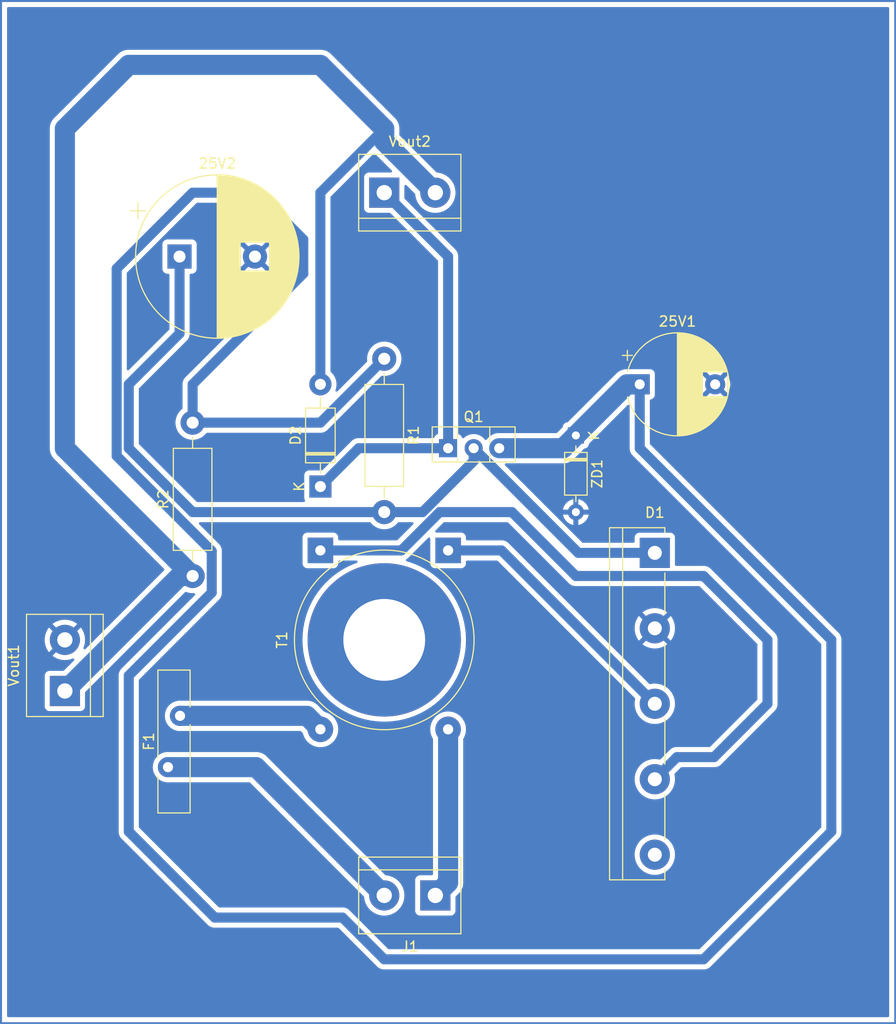
<source format=kicad_pcb>
(kicad_pcb (version 20221018) (generator pcbnew)
  (title_block (title "Simple UPS Module ") (date "22.12.2023") (rev "1.0") (company "by Muxtar_Safarov"))
  (layers (0 "F.Cu" signal) (31 "B.Cu" signal) (34 "B.Paste" user) (35 "F.Paste" user) (36 "B.SilkS" user "B.Silkscreen") (37 "F.SilkS" user "F.Silkscreen") (38 "B.Mask" user) (39 "F.Mask" user) (44 "Edge.Cuts" user))
  (net 0 "")
  (net 1 "Net-(Q1-B)")
  (net 2 "Earth")
  (net 3 "Net-(D1-+)")
  (net 4 "Net-(T1-SB)")
  (net 5 "Net-(T1-SA)")
  (net 6 "Net-(D2-K)")
  (net 7 "Net-(D2-A)")
  (net 8 "Net-(J1-Pin_2)")
  (net 9 "Net-(T1-AA)")
  (net 10 "Net-(J1-Pin_1)")
  (footprint "Capacitor_THT:CP_Radial_D10.0mm_P7.50mm" (layer "F.Cu") (at 127 95.25)
    (fp_text reference "25V1" (at 3.75 -6.25) (layer "F.SilkS"))
    (fp_text value "100uF")
    (pad "1" thru_hole rect (at 0 0) (size 2 2) (drill 1) (layers "*.Cu" "*.Mask") (net 1 "Net-(Q1-B)"))
    (pad "2" thru_hole circle (at 7.5 0) (size 2 2) (drill 1) (layers "*.Cu" "*.Mask") (net 2 "Earth"))
  )
  (footprint "Package_TO_SOT_THT:TO-126-3_Vertical" (layer "F.Cu") (at 107.95 101.6)
    (fp_text reference "Q1" (at 2.54 -3.12) (layer "F.SilkS"))
    (fp_text value "BD135")
    (pad "1" thru_hole rect (at 0 0) (size 1.8 1.8) (drill 1) (layers "*.Cu" "*.Mask") (net 6 "Net-(D2-K)"))
    (pad "2" thru_hole oval (at 2.54 0) (size 1.8 1.8) (drill 1) (layers "*.Cu" "*.Mask") (net 3 "Net-(D1-+)"))
    (pad "3" thru_hole oval (at 5.08 0) (size 1.8 1.8) (drill 1) (layers "*.Cu" "*.Mask") (net 1 "Net-(Q1-B)"))
  )
  (footprint "Transformer_THT:Transformer_Toroid_Horizontal_D18.0mm" (layer "F.Cu") (at 95.25 129.54 90)
    (fp_text reference "T1" (at 8.89 -3.81 90) (layer "F.SilkS"))
    (fp_text value "220V-10V AC")
    (pad "" thru_hole circle (at 8.89 6.35 90) (size 15.24 15.24) (drill 8.13) (layers "*.Cu" "*.Mask"))
    (pad "1" thru_hole circle (at 0 0 90) (size 2.54 2.54) (drill 1.02) (layers "*.Cu" "*.Mask") (net 9 "Net-(T1-AA)"))
    (pad "2" thru_hole circle (at 0 12.7 90) (size 2.54 2.54) (drill 1.02) (layers "*.Cu" "*.Mask") (net 10 "Net-(J1-Pin_1)"))
    (pad "3" thru_hole rect (at 17.78 0 90) (size 2.54 2.54) (drill 1.02) (layers "*.Cu" "*.Mask") (net 5 "Net-(T1-SA)"))
    (pad "4" thru_hole rect (at 17.78 12.7 90) (size 2.54 2.54) (drill 1.02) (layers "*.Cu" "*.Mask") (net 4 "Net-(T1-SB)"))
  )
  (footprint "TerminalBlock:TerminalBlock_bornier-2_P5.08mm" (layer "F.Cu") (at 106.68 146.05 180)
    (fp_text reference "J1" (at 2.54 -5.08) (layer "F.SilkS"))
    (fp_text value "AC 230V 50HZ ")
    (pad "1" thru_hole rect (at 0 0 180) (size 3 3) (drill 1.52) (layers "*.Cu" "*.Mask") (net 10 "Net-(J1-Pin_1)"))
    (pad "2" thru_hole circle (at 5.08 0 180) (size 3 3) (drill 1.52) (layers "*.Cu" "*.Mask") (net 8 "Net-(J1-Pin_2)"))
  )
  (footprint "Diode_THT:D_DO-41_SOD81_P10.16mm_Horizontal" (layer "F.Cu") (at 95.25 105.41 90)
    (fp_text reference "D2" (at 5.08 -2.47 90) (layer "F.SilkS"))
    (fp_text value "1N4001")
    (fp_text user "K" (at 0 -2.1 90) (layer "F.SilkS"))
    (pad "1" thru_hole rect (at 0 0 90) (size 2.2 2.2) (drill 1.1) (layers "*.Cu" "*.Mask") (net 6 "Net-(D2-K)"))
    (pad "2" thru_hole oval (at 10.16 0 90) (size 2.2 2.2) (drill 1.1) (layers "*.Cu" "*.Mask") (net 7 "Net-(D2-A)"))
  )
  (footprint "Diode_THT:D_DO-35_SOD27_P7.62mm_Horizontal" (layer "F.Cu") (at 120.65 100.33 -90)
    (fp_text reference "ZD1" (at 3.81 -2.12 90) (layer "F.SilkS"))
    (fp_text value "8,2V")
    (fp_text user "K" (at 0 -1.8 90) (layer "F.SilkS"))
    (pad "1" thru_hole rect (at 0 0 270) (size 1.6 1.6) (drill 0.8) (layers "*.Cu" "*.Mask") (net 1 "Net-(Q1-B)"))
    (pad "2" thru_hole oval (at 7.62 0 270) (size 1.6 1.6) (drill 0.8) (layers "*.Cu" "*.Mask") (net 2 "Earth"))
  )
  (footprint "Fuse:Fuse_Bourns_MF-RG900" (layer "F.Cu") (at 80.1 133.3 90)
    (fp_text reference "F1" (at 2.55 -1.9 90) (layer "F.SilkS"))
    (fp_text value "1A")
    (pad "1" thru_hole circle (at 0 0 90) (size 2.01 2.01) (drill 1.01) (layers "*.Cu" "*.Mask") (net 8 "Net-(J1-Pin_2)"))
    (pad "2" thru_hole circle (at 5.1 1.2 90) (size 2.01 2.01) (drill 1.01) (layers "*.Cu" "*.Mask") (net 9 "Net-(T1-AA)"))
  )
  (footprint "Resistor_THT:R_Axial_DIN0411_L9.9mm_D3.6mm_P15.24mm_Horizontal" (layer "F.Cu") (at 101.6 92.71 -90)
    (fp_text reference "R1" (at 7.62 -2.92 90) (layer "F.SilkS"))
    (fp_text value "1K")
    (pad "1" thru_hole circle (at 0 0 270) (size 2.4 2.4) (drill 1.2) (layers "*.Cu" "*.Mask") (net 1 "Net-(Q1-B)"))
    (pad "2" thru_hole oval (at 15.24 0 270) (size 2.4 2.4) (drill 1.2) (layers "*.Cu" "*.Mask") (net 3 "Net-(D1-+)"))
  )
  (footprint "Diode_THT:Diode_Bridge_IXYS_GUFP" (layer "F.Cu") (at 128.5 112)
    (fp_text reference "D1" (at 0 -4) (layer "F.SilkS"))
    (fp_text value "BRidge D")
    (pad "1" thru_hole rect (at 0 0) (size 3 3) (drill 1.39) (layers "*.Cu" "*.Mask") (net 3 "Net-(D1-+)"))
    (pad "2" thru_hole circle (at 0 7.5) (size 3 3) (drill 1.39) (layers "*.Cu" "*.Mask") (net 2 "Earth"))
    (pad "3" thru_hole circle (at 0 15) (size 3 3) (drill 1.39) (layers "*.Cu" "*.Mask") (net 4 "Net-(T1-SB)"))
    (pad "4" thru_hole circle (at 0 22.5) (size 3 3) (drill 1.39) (layers "*.Cu" "*.Mask") (net 5 "Net-(T1-SA)"))
    (pad "5" thru_hole circle (at 0 30) (size 3 3) (drill 1.39) (layers "*.Cu" "*.Mask"))
  )
  (footprint "TerminalBlock:TerminalBlock_bornier-2_P5.08mm" (layer "F.Cu") (at 101.6 76.2)
    (fp_text reference "Vout2" (at 2.54 -5.08) (layer "F.SilkS"))
    (fp_text value "7V 1A ")
    (pad "1" thru_hole rect (at 0 0) (size 3 3) (drill 1.52) (layers "*.Cu" "*.Mask") (net 6 "Net-(D2-K)"))
    (pad "2" thru_hole circle (at 5.08 0) (size 3 3) (drill 1.52) (layers "*.Cu" "*.Mask") (net 7 "Net-(D2-A)"))
  )
  (footprint "Resistor_THT:R_Axial_DIN0411_L9.9mm_D3.6mm_P15.24mm_Horizontal" (layer "F.Cu") (at 82.55 114.3 90)
    (fp_text reference "R2" (at 7.62 -2.92 90) (layer "F.SilkS"))
    (fp_text value "1K")
    (pad "1" thru_hole circle (at 0 0 90) (size 2.4 2.4) (drill 1.2) (layers "*.Cu" "*.Mask") (net 7 "Net-(D2-A)"))
    (pad "2" thru_hole oval (at 15.24 0 90) (size 2.4 2.4) (drill 1.2) (layers "*.Cu" "*.Mask") (net 1 "Net-(Q1-B)"))
  )
  (footprint "TerminalBlock:TerminalBlock_bornier-2_P5.08mm" (layer "F.Cu") (at 69.85 125.73 90)
    (fp_text reference "Vout1" (at 2.54 -5.08 90) (layer "F.SilkS"))
    (fp_text value "7,5V BATTERY")
    (pad "1" thru_hole rect (at 0 0 90) (size 3 3) (drill 1.52) (layers "*.Cu" "*.Mask") (net 7 "Net-(D2-A)"))
    (pad "2" thru_hole circle (at 5.08 0 90) (size 3 3) (drill 1.52) (layers "*.Cu" "*.Mask") (net 2 "Earth"))
  )
  (footprint "Capacitor_THT:CP_Radial_D16.0mm_P7.50mm" (layer "F.Cu") (at 81.25 82.55)
    (fp_text reference "25V2" (at 3.75 -9.25) (layer "F.SilkS"))
    (fp_text value "1000uF")
    (pad "1" thru_hole rect (at 0 0) (size 2.4 2.4) (drill 1.2) (layers "*.Cu" "*.Mask") (net 3 "Net-(D1-+)"))
    (pad "2" thru_hole circle (at 7.5 0) (size 2.4 2.4) (drill 1.2) (layers "*.Cu" "*.Mask") (net 2 "Earth"))
  )
  (gr_rect (start 63.5 57.15) (end 152.4 158.75) (stroke (width 0.2)) (fill none) (layer "B.Cu"))
  (segment (start 93.552944 84.247056) (end 93.552944 80.852944) (width 1) (layer "B.Cu") (net 1))
  (segment (start 76.2 139.7) (end 84.75 148.25) (width 1) (layer "B.Cu") (net 1))
  (segment (start 146.05 120.65) (end 127 101.6) (width 1) (layer "B.Cu") (net 1))
  (segment (start 76.2 124.203999) (end 76.2 139.7) (width 1) (layer "B.Cu") (net 1))
  (segment (start 84.45 111.82) (end 84.45 115.953999) (width 1) (layer "B.Cu") (net 1))
  (segment (start 93.552944 80.852944) (end 88.9 76.2) (width 1) (layer "B.Cu") (net 1))
  (segment (start 84.45 115.953999) (end 76.2 124.203999) (width 1) (layer "B.Cu") (net 1))
  (segment (start 127 101.6) (end 127 95.25) (width 1) (layer "B.Cu") (net 1))
  (segment (start 75 102.37) (end 84.45 111.82) (width 1) (layer "B.Cu") (net 1))
  (segment (start 119.38 101.6) (end 120.65 100.33) (width 2) (layer "B.Cu") (net 1))
  (segment (start 97.45 148.25) (end 101.6 152.4) (width 1) (layer "B.Cu") (net 1))
  (segment (start 146.05 139.7) (end 146.05 120.65) (width 1) (layer "B.Cu") (net 1))
  (segment (start 101.6 152.4) (end 133.35 152.4) (width 1) (layer "B.Cu") (net 1))
  (segment (start 133.35 152.4) (end 146.05 139.7) (width 1) (layer "B.Cu") (net 1))
  (segment (start 82.55 95.25) (end 93.552944 84.247056) (width 1) (layer "B.Cu") (net 1))
  (segment (start 82.55 76.2) (end 75 83.75) (width 1) (layer "B.Cu") (net 1))
  (segment (start 125.73 95.25) (end 120.65 100.33) (width 2) (layer "B.Cu") (net 1))
  (segment (start 82.55 99.06) (end 82.55 95.25) (width 1) (layer "B.Cu") (net 1))
  (segment (start 113.03 101.6) (end 119.38 101.6) (width 2) (layer "B.Cu") (net 1))
  (segment (start 88.9 76.2) (end 82.55 76.2) (width 1) (layer "B.Cu") (net 1))
  (segment (start 127 95.25) (end 125.73 95.25) (width 2) (layer "B.Cu") (net 1))
  (segment (start 75 83.75) (end 75 102.37) (width 1) (layer "B.Cu") (net 1))
  (segment (start 95.25 99.06) (end 101.6 92.71) (width 1) (layer "B.Cu") (net 1))
  (segment (start 82.55 99.06) (end 95.25 99.06) (width 1) (layer "B.Cu") (net 1))
  (segment (start 84.75 148.25) (end 97.45 148.25) (width 1) (layer "B.Cu") (net 1))
  (segment (start 76.2 101.6) (end 82.55 107.95) (width 1) (layer "B.Cu") (net 3))
  (segment (start 128.5 112) (end 120.89 112) (width 1) (layer "B.Cu") (net 3))
  (segment (start 82.55 107.95) (end 101.6 107.95) (width 1) (layer "B.Cu") (net 3))
  (segment (start 76.2 95.25) (end 76.2 101.6) (width 1) (layer "B.Cu") (net 3))
  (segment (start 101.6 107.95) (end 105.412792 107.95) (width 1) (layer "B.Cu") (net 3))
  (segment (start 120.89 112) (end 110.49 101.6) (width 1) (layer "B.Cu") (net 3))
  (segment (start 110.49 102.872792) (end 110.49 101.6) (width 1) (layer "B.Cu") (net 3))
  (segment (start 81.25 90.2) (end 76.2 95.25) (width 1) (layer "B.Cu") (net 3))
  (segment (start 81.25 82.55) (end 81.25 90.2) (width 1) (layer "B.Cu") (net 3))
  (segment (start 105.412792 107.95) (end 110.49 102.872792) (width 1) (layer "B.Cu") (net 3))
  (segment (start 128.5 127) (end 113.26 111.76) (width 1) (layer "B.Cu") (net 4))
  (segment (start 113.26 111.76) (end 107.95 111.76) (width 1) (layer "B.Cu") (net 4))
  (segment (start 130.7 132.3) (end 134.4 132.3) (width 1) (layer "B.Cu") (net 5))
  (segment (start 133.35 114.3) (end 120.65 114.3) (width 1) (layer "B.Cu") (net 5))
  (segment (start 139.7 120.65) (end 133.35 114.3) (width 1) (layer "B.Cu") (net 5))
  (segment (start 107.109848 107.95) (end 103.299848 111.76) (width 1) (layer "B.Cu") (net 5))
  (segment (start 103.299848 111.76) (end 95.25 111.76) (width 1) (layer "B.Cu") (net 5))
  (segment (start 139.7 127) (end 139.7 120.65) (width 1) (layer "B.Cu") (net 5))
  (segment (start 128.5 134.5) (end 130.7 132.3) (width 1) (layer "B.Cu") (net 5))
  (segment (start 114.3 107.95) (end 107.109848 107.95) (width 1) (layer "B.Cu") (net 5))
  (segment (start 134.4 132.3) (end 139.7 127) (width 1) (layer "B.Cu") (net 5))
  (segment (start 120.65 114.3) (end 114.3 107.95) (width 1) (layer "B.Cu") (net 5))
  (segment (start 107.95 82.55) (end 107.95 101.6) (width 1) (layer "B.Cu") (net 6))
  (segment (start 107.95 101.6) (end 99.06 101.6) (width 1) (layer "B.Cu") (net 6))
  (segment (start 99.06 101.6) (end 95.25 105.41) (width 1) (layer "B.Cu") (net 6))
  (segment (start 101.6 76.2) (end 107.95 82.55) (width 1) (layer "B.Cu") (net 6))
  (segment (start 95.25 76.2) (end 101.6 69.85) (width 1) (layer "B.Cu") (net 7))
  (segment (start 69.85 69.85) (end 76.2 63.5) (width 2) (layer "B.Cu") (net 7))
  (segment (start 101.6 69.85) (end 101.6 71.12) (width 2) (layer "B.Cu") (net 7))
  (segment (start 82.55 114.3) (end 81.28 114.3) (width 2) (layer "B.Cu") (net 7))
  (segment (start 81.28 114.3) (end 69.85 125.73) (width 2) (layer "B.Cu") (net 7))
  (segment (start 95.25 95.25) (end 95.25 76.2) (width 1) (layer "B.Cu") (net 7))
  (segment (start 69.85 101.6) (end 69.85 69.85) (width 2) (layer "B.Cu") (net 7))
  (segment (start 76.2 63.5) (end 95.25 63.5) (width 2) (layer "B.Cu") (net 7))
  (segment (start 95.25 63.5) (end 101.6 69.85) (width 2) (layer "B.Cu") (net 7))
  (segment (start 82.55 114.3) (end 69.85 101.6) (width 2) (layer "B.Cu") (net 7))
  (segment (start 101.6 71.12) (end 106.68 76.2) (width 2) (layer "B.Cu") (net 7))
  (segment (start 88.85 133.3) (end 101.6 146.05) (width 2) (layer "B.Cu") (net 8))
  (segment (start 80.1 133.3) (end 88.85 133.3) (width 2) (layer "B.Cu") (net 8))
  (segment (start 93.91 128.2) (end 95.25 129.54) (width 2) (layer "B.Cu") (net 9))
  (segment (start 81.3 128.2) (end 93.91 128.2) (width 2) (layer "B.Cu") (net 9))
  (segment (start 107.95 144.78) (end 106.68 146.05) (width 2) (layer "B.Cu") (net 10))
  (segment (start 107.95 129.54) (end 107.95 144.78) (width 2) (layer "B.Cu") (net 10))
  (zone (net 2) (net_name "Earth") (layer "B.Cu") (connect_pads (clearance 0.5)) (min_thickness 0.25) (fill yes (thermal_gap 0.5) (thermal_bridge_width 0.5))
    (polygon (pts (xy 63.5 57.15) (xy 63.5 158.75) (xy 152.4 158.75) (xy 152.4 57.15)))
  )
)
</source>
